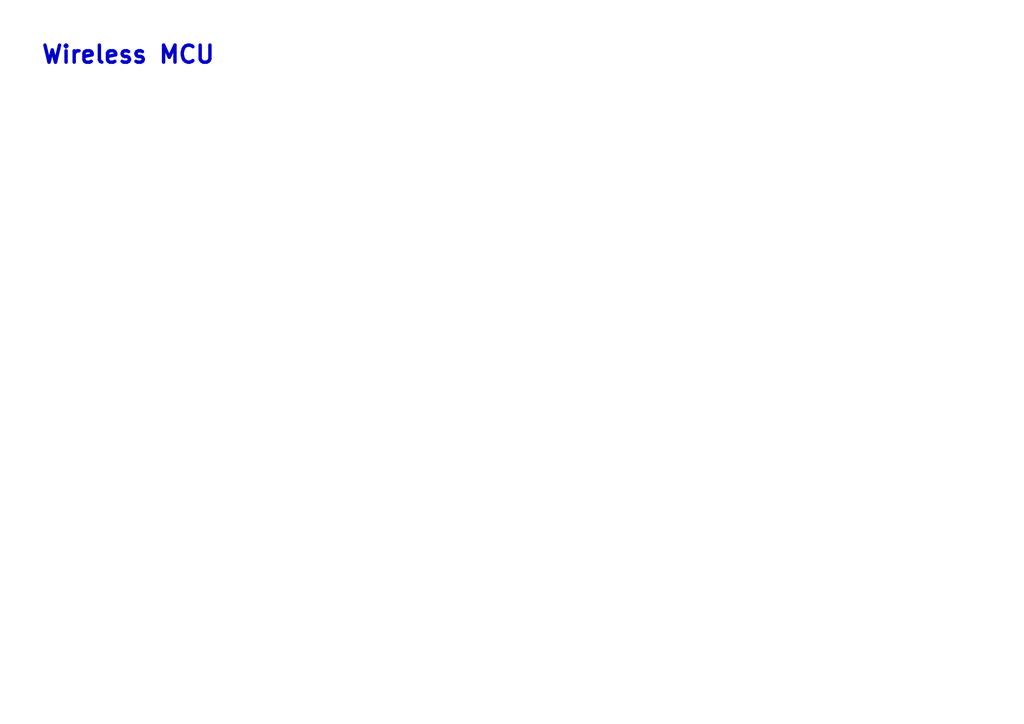
<source format=kicad_sch>
(kicad_sch (version 20230121) (generator eeschema)
  (paper "A3")
  (lib_symbols)
  (text "Wireless MCU" (at 16.51 26.67 0) (effects (font (size 7 7) (thickness 1.4) bold) (justify left bottom)))
)
</source>
